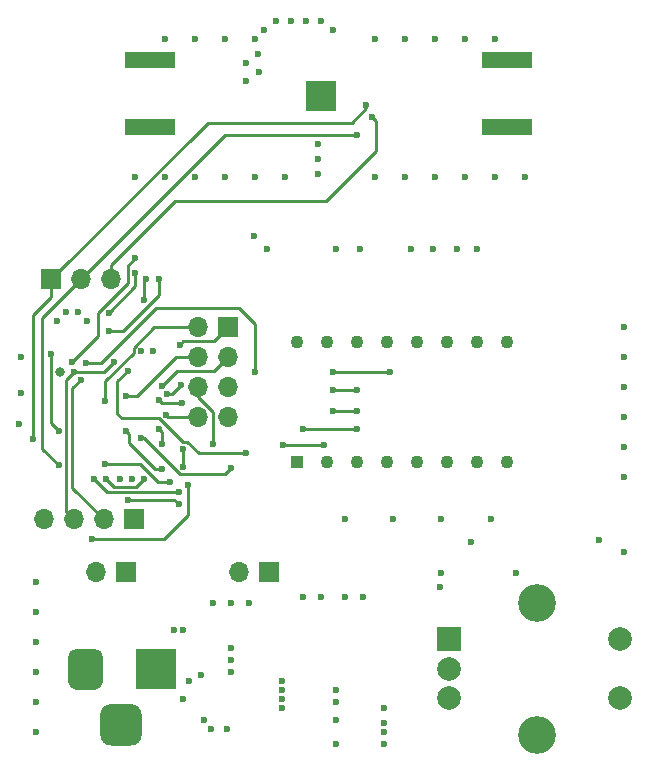
<source format=gbl>
G04 #@! TF.GenerationSoftware,KiCad,Pcbnew,(5.1.10)-1*
G04 #@! TF.CreationDate,2021-09-22T21:53:00-04:00*
G04 #@! TF.ProjectId,rf-vga,72662d76-6761-42e6-9b69-6361645f7063,rev?*
G04 #@! TF.SameCoordinates,Original*
G04 #@! TF.FileFunction,Copper,L4,Bot*
G04 #@! TF.FilePolarity,Positive*
%FSLAX46Y46*%
G04 Gerber Fmt 4.6, Leading zero omitted, Abs format (unit mm)*
G04 Created by KiCad (PCBNEW (5.1.10)-1) date 2021-09-22 21:53:00*
%MOMM*%
%LPD*%
G01*
G04 APERTURE LIST*
G04 #@! TA.AperFunction,ComponentPad*
%ADD10O,1.700000X1.700000*%
G04 #@! TD*
G04 #@! TA.AperFunction,ComponentPad*
%ADD11R,1.700000X1.700000*%
G04 #@! TD*
G04 #@! TA.AperFunction,ComponentPad*
%ADD12R,3.500000X3.500000*%
G04 #@! TD*
G04 #@! TA.AperFunction,ComponentPad*
%ADD13R,2.000000X2.000000*%
G04 #@! TD*
G04 #@! TA.AperFunction,ComponentPad*
%ADD14C,2.000000*%
G04 #@! TD*
G04 #@! TA.AperFunction,ComponentPad*
%ADD15C,3.200000*%
G04 #@! TD*
G04 #@! TA.AperFunction,ComponentPad*
%ADD16C,0.400000*%
G04 #@! TD*
G04 #@! TA.AperFunction,SMDPad,CuDef*
%ADD17R,4.200000X1.350000*%
G04 #@! TD*
G04 #@! TA.AperFunction,SMDPad,CuDef*
%ADD18R,2.500000X2.500000*%
G04 #@! TD*
G04 #@! TA.AperFunction,ComponentPad*
%ADD19C,0.500000*%
G04 #@! TD*
G04 #@! TA.AperFunction,ComponentPad*
%ADD20C,1.100000*%
G04 #@! TD*
G04 #@! TA.AperFunction,ComponentPad*
%ADD21R,1.100000X1.100000*%
G04 #@! TD*
G04 #@! TA.AperFunction,ViaPad*
%ADD22C,0.600000*%
G04 #@! TD*
G04 #@! TA.AperFunction,ViaPad*
%ADD23C,0.800000*%
G04 #@! TD*
G04 #@! TA.AperFunction,Conductor*
%ADD24C,0.250000*%
G04 #@! TD*
G04 APERTURE END LIST*
D10*
X180086000Y-105664000D03*
X182626000Y-105664000D03*
X180086000Y-103124000D03*
X182626000Y-103124000D03*
X180086000Y-100584000D03*
X182626000Y-100584000D03*
X180086000Y-98044000D03*
D11*
X182626000Y-98044000D03*
G04 #@! TA.AperFunction,ComponentPad*
G36*
G01*
X171780000Y-132575000D02*
X171780000Y-130825000D01*
G75*
G02*
X172655000Y-129950000I875000J0D01*
G01*
X174405000Y-129950000D01*
G75*
G02*
X175280000Y-130825000I0J-875000D01*
G01*
X175280000Y-132575000D01*
G75*
G02*
X174405000Y-133450000I-875000J0D01*
G01*
X172655000Y-133450000D01*
G75*
G02*
X171780000Y-132575000I0J875000D01*
G01*
G37*
G04 #@! TD.AperFunction*
G04 #@! TA.AperFunction,ComponentPad*
G36*
G01*
X169030000Y-128000000D02*
X169030000Y-126000000D01*
G75*
G02*
X169780000Y-125250000I750000J0D01*
G01*
X171280000Y-125250000D01*
G75*
G02*
X172030000Y-126000000I0J-750000D01*
G01*
X172030000Y-128000000D01*
G75*
G02*
X171280000Y-128750000I-750000J0D01*
G01*
X169780000Y-128750000D01*
G75*
G02*
X169030000Y-128000000I0J750000D01*
G01*
G37*
G04 #@! TD.AperFunction*
D12*
X176530000Y-127000000D03*
D13*
X201295000Y-124460000D03*
D14*
X201295000Y-126960000D03*
X201295000Y-129460000D03*
D15*
X208795000Y-121360000D03*
X208795000Y-132560000D03*
D14*
X215795000Y-124460000D03*
X215795000Y-129460000D03*
D10*
X183515000Y-118745000D03*
D11*
X186055000Y-118745000D03*
D10*
X171450000Y-118745000D03*
D11*
X173990000Y-118745000D03*
D16*
X207010000Y-80772000D03*
X205486000Y-80772000D03*
X205994000Y-80772000D03*
X204978000Y-80772000D03*
X207518000Y-80772000D03*
X208026000Y-80772000D03*
X206502000Y-80772000D03*
X204470000Y-80772000D03*
X207010000Y-75692000D03*
X205486000Y-75692000D03*
X205994000Y-75692000D03*
X204978000Y-75692000D03*
X207518000Y-75692000D03*
X208026000Y-75692000D03*
X206502000Y-75692000D03*
X204470000Y-75692000D03*
X207010000Y-75057000D03*
X205486000Y-75057000D03*
X205994000Y-75057000D03*
X204978000Y-75057000D03*
X207518000Y-75057000D03*
X208026000Y-75057000D03*
X206502000Y-75057000D03*
X204470000Y-75057000D03*
X207518000Y-81407000D03*
X208026000Y-81407000D03*
X206502000Y-81407000D03*
X207010000Y-81407000D03*
X205486000Y-81407000D03*
X205994000Y-81407000D03*
X204978000Y-81407000D03*
X204470000Y-81407000D03*
D17*
X206248000Y-75407000D03*
X206248000Y-81057000D03*
D16*
X175206000Y-75692000D03*
X176730000Y-75692000D03*
X176222000Y-75692000D03*
X177238000Y-75692000D03*
X174698000Y-75692000D03*
X174190000Y-75692000D03*
X175714000Y-75692000D03*
X177746000Y-75692000D03*
X175206000Y-80772000D03*
X176730000Y-80772000D03*
X176222000Y-80772000D03*
X177238000Y-80772000D03*
X174698000Y-80772000D03*
X174190000Y-80772000D03*
X175714000Y-80772000D03*
X177746000Y-80772000D03*
X175206000Y-81407000D03*
X176730000Y-81407000D03*
X176222000Y-81407000D03*
X177238000Y-81407000D03*
X174698000Y-81407000D03*
X174190000Y-81407000D03*
X175714000Y-81407000D03*
X177746000Y-81407000D03*
X174698000Y-75057000D03*
X174190000Y-75057000D03*
X175714000Y-75057000D03*
X175206000Y-75057000D03*
X176730000Y-75057000D03*
X176222000Y-75057000D03*
X177238000Y-75057000D03*
X177746000Y-75057000D03*
D17*
X175968000Y-81057000D03*
X175968000Y-75407000D03*
D18*
X190500000Y-78486000D03*
D19*
X189500000Y-79486000D03*
X189500000Y-78486000D03*
X189500000Y-77486000D03*
X190500000Y-79486000D03*
X190500000Y-78486000D03*
X190500000Y-77486000D03*
X191500000Y-79486000D03*
X191500000Y-78486000D03*
X191500000Y-77486000D03*
D10*
X167005000Y-114300000D03*
X169545000Y-114300000D03*
X172085000Y-114300000D03*
D11*
X174625000Y-114300000D03*
D10*
X172720000Y-93980000D03*
X170180000Y-93980000D03*
D11*
X167640000Y-93980000D03*
D20*
X188468000Y-99314000D03*
X191008000Y-99314000D03*
X193548000Y-99314000D03*
X196088000Y-99314000D03*
X198628000Y-99314000D03*
X201168000Y-99314000D03*
X203708000Y-99314000D03*
X206248000Y-99314000D03*
X206248000Y-109474000D03*
X203708000Y-109474000D03*
X201168000Y-109474000D03*
X198628000Y-109474000D03*
X196088000Y-109474000D03*
X193548000Y-109474000D03*
X191008000Y-109474000D03*
D21*
X188468000Y-109474000D03*
D22*
X216154000Y-108204000D03*
X216154000Y-98044000D03*
X216154000Y-103124000D03*
X216154000Y-110744000D03*
X216154000Y-105664000D03*
X216154000Y-100584000D03*
X166370000Y-129794000D03*
X166370000Y-119634000D03*
X166370000Y-124714000D03*
X166370000Y-132334000D03*
X166370000Y-127254000D03*
X166370000Y-122174000D03*
X177292000Y-73660000D03*
X179832000Y-73660000D03*
X182372000Y-73660000D03*
X184912000Y-73660000D03*
X197612000Y-73660000D03*
X202692000Y-73660000D03*
X195072000Y-73660000D03*
X200152000Y-73660000D03*
X205232000Y-73660000D03*
X195072000Y-85344000D03*
X199926000Y-91412000D03*
X201958000Y-91412000D03*
X198120000Y-91440000D03*
X203708000Y-91440000D03*
X191770000Y-91440000D03*
X193802000Y-91440000D03*
X190246000Y-82550000D03*
X190246000Y-83820000D03*
X190246000Y-85090000D03*
X185674000Y-72898000D03*
X186690000Y-72136000D03*
X187960000Y-72136000D03*
X189230000Y-72136000D03*
X190500000Y-72136000D03*
X191516000Y-72898000D03*
X185166000Y-74930000D03*
X184150000Y-77216000D03*
X184150000Y-75692000D03*
X185181000Y-76439000D03*
X165100000Y-103632000D03*
X169926000Y-96774000D03*
X170688000Y-97536000D03*
X178054000Y-123698000D03*
X178816000Y-123698000D03*
X180340000Y-127508000D03*
X178816000Y-129540000D03*
X179324000Y-128016000D03*
X188976000Y-120904000D03*
X190500000Y-120904000D03*
X192532000Y-120904000D03*
X194056000Y-120904000D03*
X191770000Y-131318000D03*
X191770000Y-129794000D03*
X191770000Y-128778000D03*
X191770058Y-133349998D03*
X180580000Y-131332000D03*
X181170000Y-132080000D03*
X182499000Y-132080000D03*
X200660000Y-118872000D03*
X207010000Y-118872000D03*
X216154000Y-117094000D03*
X192532000Y-114300000D03*
X196596000Y-114300000D03*
X200660000Y-114300000D03*
X204851000Y-114300000D03*
X173483321Y-110871000D03*
X176276000Y-100075970D03*
X165100000Y-100583974D03*
X207772000Y-85344000D03*
X205232000Y-85344000D03*
X202692000Y-85344000D03*
X200152000Y-85344000D03*
X197612000Y-85344000D03*
X184912000Y-85344000D03*
X187452000Y-85344000D03*
X177292000Y-85344000D03*
X182372000Y-85344000D03*
X179832000Y-85344000D03*
X174752000Y-85344000D03*
X184784986Y-90297000D03*
X185927964Y-91440000D03*
X195834000Y-130302000D03*
X195834000Y-131572000D03*
X195834000Y-133350000D03*
X195834000Y-132334000D03*
X187198000Y-129540000D03*
X187198000Y-130301988D03*
X187198000Y-128778000D03*
X187198000Y-128016000D03*
X168910000Y-96774000D03*
X174498000Y-110871000D03*
X182880000Y-121412000D03*
X184404000Y-121412000D03*
X181356000Y-121412000D03*
X213995000Y-116078000D03*
X200533000Y-120015000D03*
X203200000Y-116204990D03*
X175260000Y-100076000D03*
X164896179Y-106192687D03*
X168148000Y-97535990D03*
X182880000Y-127254000D03*
X182880000Y-126238000D03*
X182880000Y-125222000D03*
D23*
X168381236Y-101807075D03*
D22*
X167640000Y-100330000D03*
X168284990Y-106807000D03*
X194818000Y-80264000D03*
X168275000Y-109728000D03*
X193548000Y-81788004D03*
X166106010Y-107493041D03*
X194297994Y-79236000D03*
X169545000Y-101854000D03*
X172974000Y-100965000D03*
X170141202Y-102479010D03*
X177377537Y-105494930D03*
X176791434Y-104237123D03*
X178679010Y-104419909D03*
X181356000Y-107950000D03*
X178816000Y-108340990D03*
X178816000Y-109855000D03*
X179197000Y-111379000D03*
X171069000Y-115951000D03*
X176784000Y-106648962D03*
X177012487Y-107898974D03*
X190754000Y-107975002D03*
X187223002Y-107975002D03*
X182880000Y-109982000D03*
X175259988Y-107442000D03*
X174117000Y-112649000D03*
X178435000Y-113030000D03*
X172212000Y-109601000D03*
X177673000Y-111125000D03*
X174752000Y-92202000D03*
X169418000Y-100965000D03*
X184912000Y-101854000D03*
X191516000Y-101854000D03*
X196342000Y-101854000D03*
X170561000Y-101092000D03*
X174752000Y-93472000D03*
X172507449Y-96815451D03*
X172507154Y-98336054D03*
X176755506Y-93912023D03*
X188976034Y-106680000D03*
X184150000Y-108712000D03*
X174107002Y-101701153D03*
X193548000Y-106680000D03*
X175452345Y-95696345D03*
X175615012Y-93912021D03*
X191516000Y-103378000D03*
X176967331Y-110033229D03*
X173990000Y-106807000D03*
X193548005Y-103377995D03*
X175514008Y-110871008D03*
X172233310Y-110870990D03*
X191516000Y-105156000D03*
X178435006Y-112014000D03*
X171245828Y-110894417D03*
X193548012Y-105156000D03*
X178520539Y-99526539D03*
X177042788Y-102987111D03*
X178601538Y-102909538D03*
X177413362Y-103696120D03*
X173990000Y-103886000D03*
X172212000Y-104267000D03*
D24*
X167640000Y-100330000D02*
X167640000Y-106162010D01*
X167640000Y-106162010D02*
X168284990Y-106807000D01*
X178121919Y-87376000D02*
X190882411Y-87376000D01*
X172720000Y-92777919D02*
X178121919Y-87376000D01*
X195117999Y-80563999D02*
X194818000Y-80264000D01*
X195117999Y-83140412D02*
X195117999Y-80563999D01*
X190882411Y-87376000D02*
X195117999Y-83140412D01*
X172720000Y-93980000D02*
X172720000Y-92777919D01*
X166878000Y-108331000D02*
X168275000Y-109728000D01*
X170180000Y-93980000D02*
X166878000Y-97282000D01*
X166878000Y-97282000D02*
X166878000Y-108331000D01*
X170180000Y-93980000D02*
X182371996Y-81788004D01*
X182371996Y-81788004D02*
X193548000Y-81788004D01*
X166106010Y-97037990D02*
X166106010Y-107493041D01*
X167640000Y-95504000D02*
X166106010Y-97037990D01*
X167640000Y-93980000D02*
X167640000Y-95504000D01*
X194297994Y-79514006D02*
X194297994Y-79236000D01*
X193064002Y-80747998D02*
X194297994Y-79514006D01*
X180872002Y-80747998D02*
X193064002Y-80747998D01*
X167640000Y-93980000D02*
X180872002Y-80747998D01*
X172974000Y-100965000D02*
X172085000Y-101854000D01*
X172085000Y-101854000D02*
X169545000Y-101854000D01*
X169545000Y-114300000D02*
X168910000Y-113665000D01*
X168910000Y-102489000D02*
X169545000Y-101854000D01*
X168910000Y-113665000D02*
X168910000Y-102489000D01*
X169418000Y-103202212D02*
X170141202Y-102479010D01*
X169418000Y-111633000D02*
X169418000Y-103202212D01*
X172085000Y-114300000D02*
X169418000Y-111633000D01*
X180086000Y-105664000D02*
X177546607Y-105664000D01*
X177546607Y-105664000D02*
X177377537Y-105494930D01*
X176791434Y-104237123D02*
X176974220Y-104419909D01*
X176974220Y-104419909D02*
X178679010Y-104419909D01*
X180086000Y-103924998D02*
X181356000Y-105194998D01*
X180086000Y-103124000D02*
X180086000Y-103924998D01*
X181356000Y-105194998D02*
X181356000Y-107950000D01*
X178816000Y-108340990D02*
X178816000Y-109474000D01*
X178816000Y-109474000D02*
X178816000Y-109855000D01*
X177165000Y-115951000D02*
X171069000Y-115951000D01*
X179197000Y-113919000D02*
X177165000Y-115951000D01*
X179197000Y-111379000D02*
X179197000Y-113919000D01*
X177012487Y-106877449D02*
X176784000Y-106648962D01*
X177012487Y-107898974D02*
X177012487Y-106877449D01*
X190754000Y-107975002D02*
X187223002Y-107975002D01*
X182880000Y-109982000D02*
X182381998Y-110480002D01*
X175477996Y-107442000D02*
X175259988Y-107442000D01*
X182381998Y-110480002D02*
X178515998Y-110480002D01*
X178515998Y-110480002D02*
X175477996Y-107442000D01*
X174117000Y-112649000D02*
X178054000Y-112649000D01*
X178054000Y-112649000D02*
X178435000Y-113030000D01*
X176693002Y-111125000D02*
X177673000Y-111125000D01*
X175169002Y-109601000D02*
X176693002Y-111125000D01*
X172212000Y-109601000D02*
X175169002Y-109601000D01*
X171577000Y-98806000D02*
X169418000Y-100965000D01*
X171577000Y-96862002D02*
X171577000Y-98806000D01*
X174117000Y-94322002D02*
X171577000Y-96862002D01*
X174117000Y-92837000D02*
X174117000Y-94322002D01*
X174752000Y-92202000D02*
X174117000Y-92837000D01*
X191516000Y-101854000D02*
X196342000Y-101854000D01*
X171831000Y-101092000D02*
X170561000Y-101092000D01*
X176530000Y-96393000D02*
X171831000Y-101092000D01*
X183515000Y-96393000D02*
X176530000Y-96393000D01*
X184912000Y-97790000D02*
X183515000Y-96393000D01*
X184912000Y-101854000D02*
X184912000Y-97790000D01*
X174752000Y-94570900D02*
X172507449Y-96815451D01*
X174752000Y-93472000D02*
X174752000Y-94570900D01*
X176755506Y-95277084D02*
X176755506Y-93912023D01*
X173696536Y-98336054D02*
X176755506Y-95277084D01*
X172507154Y-98336054D02*
X173696536Y-98336054D01*
X173228000Y-102580155D02*
X174107002Y-101701153D01*
X180112012Y-108712000D02*
X179116001Y-107715989D01*
X173228000Y-105348330D02*
X173228000Y-102580155D01*
X173640352Y-105760682D02*
X173228000Y-105348330D01*
X177077536Y-106094022D02*
X176744196Y-105760682D01*
X176744196Y-105760682D02*
X173640352Y-105760682D01*
X177130286Y-106094022D02*
X177077536Y-106094022D01*
X178752253Y-107715989D02*
X177130286Y-106094022D01*
X179116001Y-107715989D02*
X178752253Y-107715989D01*
X184150000Y-108712000D02*
X180112012Y-108712000D01*
X188976034Y-106680000D02*
X193421002Y-106680000D01*
X193421002Y-106680000D02*
X193548000Y-106680000D01*
X175452345Y-94074688D02*
X175615012Y-93912021D01*
X175452345Y-95696345D02*
X175452345Y-94074688D01*
X174244000Y-107061000D02*
X173990000Y-106807000D01*
X174244000Y-107859002D02*
X174244000Y-107061000D01*
X176418227Y-110033229D02*
X174244000Y-107859002D01*
X176967331Y-110033229D02*
X176418227Y-110033229D01*
X193548000Y-103378000D02*
X193548005Y-103377995D01*
X191516000Y-103378000D02*
X193548000Y-103378000D01*
X175514008Y-110871008D02*
X174833017Y-111551999D01*
X174833017Y-111551999D02*
X172914319Y-111551999D01*
X172914319Y-111551999D02*
X172233310Y-110870990D01*
X172365411Y-112014000D02*
X171245828Y-110894417D01*
X178435006Y-112014000D02*
X172365411Y-112014000D01*
X191516000Y-105156000D02*
X193548012Y-105156000D01*
X182626000Y-98044000D02*
X181443460Y-99226540D01*
X178820538Y-99226540D02*
X178520539Y-99526539D01*
X181443460Y-99226540D02*
X178820538Y-99226540D01*
X182626000Y-100584000D02*
X181450999Y-101759001D01*
X181450999Y-101759001D02*
X178270898Y-101759001D01*
X178270898Y-101759001D02*
X177042788Y-102987111D01*
X177814956Y-103696120D02*
X177413362Y-103696120D01*
X178601538Y-102909538D02*
X177814956Y-103696120D01*
X180086000Y-100584000D02*
X178435000Y-100584000D01*
X178435000Y-100584000D02*
X178181000Y-100584000D01*
X174879000Y-103886000D02*
X173990000Y-103886000D01*
X178181000Y-100584000D02*
X174879000Y-103886000D01*
X174634999Y-100193001D02*
X172212000Y-102616000D01*
X180086000Y-98044000D02*
X176366998Y-98044000D01*
X176366998Y-98044000D02*
X174634999Y-99775999D01*
X174634999Y-99775999D02*
X174634999Y-100193001D01*
X172212000Y-102616000D02*
X172212000Y-104267000D01*
M02*

</source>
